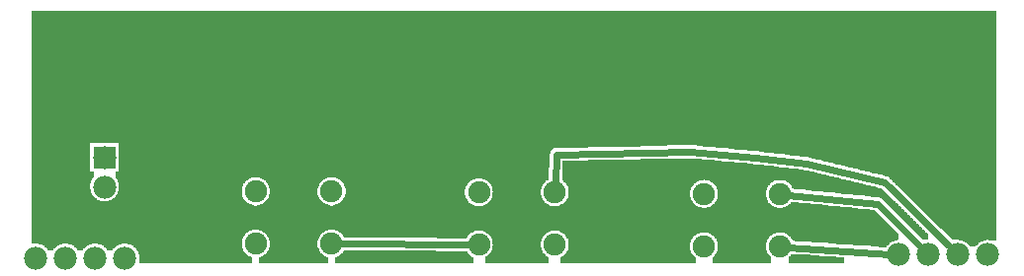
<source format=gtl>
G04 MADE WITH FRITZING*
G04 WWW.FRITZING.ORG*
G04 DOUBLE SIDED*
G04 HOLES PLATED*
G04 CONTOUR ON CENTER OF CONTOUR VECTOR*
%ASAXBY*%
%FSLAX23Y23*%
%MOIN*%
%OFA0B0*%
%SFA1.0B1.0*%
%ADD10C,0.075000*%
%ADD11C,0.078000*%
%ADD12R,0.078000X0.078000*%
%ADD13C,0.024000*%
%LNCOPPER1*%
G90*
G70*
G54D10*
X123Y816D03*
G54D11*
X354Y59D03*
X254Y59D03*
X154Y59D03*
X54Y59D03*
X3264Y70D03*
X3164Y70D03*
X3064Y70D03*
X2964Y70D03*
X285Y399D03*
X285Y299D03*
X285Y399D03*
X285Y299D03*
G54D10*
X2563Y98D03*
X2307Y98D03*
X2563Y275D03*
X2307Y275D03*
X1804Y104D03*
X1548Y104D03*
X1804Y281D03*
X1548Y281D03*
X1051Y107D03*
X795Y107D03*
X1051Y284D03*
X795Y284D03*
G54D12*
X285Y399D03*
X285Y399D03*
G54D13*
X2934Y72D02*
X2591Y96D01*
D02*
X1080Y107D02*
X1519Y104D01*
D02*
X3042Y91D02*
X2892Y242D01*
D02*
X2892Y242D02*
X2591Y272D01*
D02*
X3142Y91D02*
X2916Y314D01*
D02*
X2916Y314D02*
X2652Y378D01*
D02*
X2653Y378D02*
X2480Y398D01*
D02*
X2480Y398D02*
X2261Y419D01*
D02*
X2261Y419D02*
X1809Y408D01*
D02*
X1809Y408D02*
X1805Y310D01*
G36*
X40Y896D02*
X40Y448D01*
X334Y448D01*
X334Y440D01*
X2282Y440D01*
X2282Y438D01*
X2302Y438D01*
X2302Y436D01*
X2324Y436D01*
X2324Y434D01*
X2346Y434D01*
X2346Y432D01*
X2368Y432D01*
X2368Y430D01*
X2388Y430D01*
X2388Y428D01*
X2410Y428D01*
X2410Y426D01*
X2432Y426D01*
X2432Y424D01*
X2454Y424D01*
X2454Y422D01*
X2474Y422D01*
X2474Y420D01*
X2494Y420D01*
X2494Y418D01*
X2510Y418D01*
X2510Y416D01*
X2528Y416D01*
X2528Y414D01*
X2544Y414D01*
X2544Y412D01*
X2562Y412D01*
X2562Y410D01*
X2578Y410D01*
X2578Y408D01*
X2596Y408D01*
X2596Y406D01*
X2612Y406D01*
X2612Y404D01*
X2630Y404D01*
X2630Y402D01*
X2646Y402D01*
X2646Y400D01*
X2660Y400D01*
X2660Y398D01*
X2668Y398D01*
X2668Y396D01*
X2676Y396D01*
X2676Y394D01*
X2684Y394D01*
X2684Y392D01*
X2692Y392D01*
X2692Y390D01*
X2702Y390D01*
X2702Y388D01*
X2710Y388D01*
X2710Y386D01*
X2718Y386D01*
X2718Y384D01*
X2726Y384D01*
X2726Y382D01*
X2734Y382D01*
X2734Y380D01*
X2742Y380D01*
X2742Y378D01*
X2750Y378D01*
X2750Y376D01*
X2760Y376D01*
X2760Y374D01*
X2768Y374D01*
X2768Y372D01*
X2776Y372D01*
X2776Y370D01*
X2784Y370D01*
X2784Y368D01*
X2792Y368D01*
X2792Y366D01*
X2800Y366D01*
X2800Y364D01*
X2808Y364D01*
X2808Y362D01*
X2816Y362D01*
X2816Y360D01*
X2826Y360D01*
X2826Y358D01*
X2834Y358D01*
X2834Y356D01*
X2842Y356D01*
X2842Y354D01*
X2850Y354D01*
X2850Y352D01*
X2858Y352D01*
X2858Y350D01*
X2866Y350D01*
X2866Y348D01*
X2874Y348D01*
X2874Y346D01*
X2884Y346D01*
X2884Y344D01*
X2892Y344D01*
X2892Y342D01*
X2900Y342D01*
X2900Y340D01*
X2908Y340D01*
X2908Y338D01*
X2916Y338D01*
X2916Y336D01*
X2924Y336D01*
X2924Y334D01*
X2928Y334D01*
X2928Y332D01*
X2930Y332D01*
X2930Y330D01*
X2932Y330D01*
X2932Y328D01*
X2934Y328D01*
X2934Y326D01*
X2936Y326D01*
X2936Y324D01*
X2938Y324D01*
X2938Y322D01*
X2940Y322D01*
X2940Y320D01*
X2942Y320D01*
X2942Y318D01*
X2944Y318D01*
X2944Y316D01*
X2946Y316D01*
X2946Y314D01*
X2948Y314D01*
X2948Y312D01*
X2950Y312D01*
X2950Y310D01*
X2952Y310D01*
X2952Y308D01*
X2954Y308D01*
X2954Y306D01*
X2956Y306D01*
X2956Y304D01*
X2958Y304D01*
X2958Y302D01*
X2960Y302D01*
X2960Y300D01*
X2962Y300D01*
X2962Y298D01*
X2966Y298D01*
X2966Y296D01*
X2968Y296D01*
X2968Y294D01*
X2970Y294D01*
X2970Y292D01*
X2972Y292D01*
X2972Y290D01*
X2974Y290D01*
X2974Y288D01*
X2976Y288D01*
X2976Y286D01*
X2978Y286D01*
X2978Y284D01*
X2980Y284D01*
X2980Y282D01*
X2982Y282D01*
X2982Y280D01*
X2984Y280D01*
X2984Y278D01*
X2986Y278D01*
X2986Y276D01*
X2988Y276D01*
X2988Y274D01*
X2990Y274D01*
X2990Y272D01*
X2992Y272D01*
X2992Y270D01*
X2994Y270D01*
X2994Y268D01*
X2996Y268D01*
X2996Y266D01*
X2998Y266D01*
X2998Y264D01*
X3000Y264D01*
X3000Y262D01*
X3002Y262D01*
X3002Y260D01*
X3004Y260D01*
X3004Y258D01*
X3006Y258D01*
X3006Y256D01*
X3008Y256D01*
X3008Y254D01*
X3010Y254D01*
X3010Y252D01*
X3012Y252D01*
X3012Y250D01*
X3014Y250D01*
X3014Y248D01*
X3016Y248D01*
X3016Y246D01*
X3018Y246D01*
X3018Y244D01*
X3020Y244D01*
X3020Y242D01*
X3022Y242D01*
X3022Y240D01*
X3024Y240D01*
X3024Y238D01*
X3026Y238D01*
X3026Y236D01*
X3028Y236D01*
X3028Y234D01*
X3030Y234D01*
X3030Y232D01*
X3032Y232D01*
X3032Y230D01*
X3034Y230D01*
X3034Y228D01*
X3036Y228D01*
X3036Y226D01*
X3038Y226D01*
X3038Y224D01*
X3040Y224D01*
X3040Y222D01*
X3042Y222D01*
X3042Y220D01*
X3044Y220D01*
X3044Y218D01*
X3046Y218D01*
X3046Y216D01*
X3048Y216D01*
X3048Y214D01*
X3050Y214D01*
X3050Y212D01*
X3052Y212D01*
X3052Y210D01*
X3054Y210D01*
X3054Y208D01*
X3056Y208D01*
X3056Y206D01*
X3058Y206D01*
X3058Y204D01*
X3060Y204D01*
X3060Y202D01*
X3062Y202D01*
X3062Y200D01*
X3064Y200D01*
X3064Y198D01*
X3066Y198D01*
X3066Y196D01*
X3068Y196D01*
X3068Y194D01*
X3070Y194D01*
X3070Y192D01*
X3072Y192D01*
X3072Y190D01*
X3074Y190D01*
X3074Y188D01*
X3076Y188D01*
X3076Y186D01*
X3078Y186D01*
X3078Y184D01*
X3080Y184D01*
X3080Y182D01*
X3082Y182D01*
X3082Y180D01*
X3084Y180D01*
X3084Y178D01*
X3086Y178D01*
X3086Y176D01*
X3088Y176D01*
X3088Y174D01*
X3090Y174D01*
X3090Y172D01*
X3092Y172D01*
X3092Y170D01*
X3094Y170D01*
X3094Y168D01*
X3096Y168D01*
X3096Y166D01*
X3098Y166D01*
X3098Y164D01*
X3100Y164D01*
X3100Y162D01*
X3102Y162D01*
X3102Y160D01*
X3104Y160D01*
X3104Y158D01*
X3108Y158D01*
X3108Y156D01*
X3110Y156D01*
X3110Y154D01*
X3112Y154D01*
X3112Y152D01*
X3114Y152D01*
X3114Y150D01*
X3116Y150D01*
X3116Y148D01*
X3118Y148D01*
X3118Y146D01*
X3120Y146D01*
X3120Y144D01*
X3122Y144D01*
X3122Y142D01*
X3124Y142D01*
X3124Y140D01*
X3126Y140D01*
X3126Y138D01*
X3128Y138D01*
X3128Y136D01*
X3130Y136D01*
X3130Y134D01*
X3132Y134D01*
X3132Y132D01*
X3134Y132D01*
X3134Y130D01*
X3136Y130D01*
X3136Y128D01*
X3138Y128D01*
X3138Y126D01*
X3140Y126D01*
X3140Y124D01*
X3142Y124D01*
X3142Y122D01*
X3144Y122D01*
X3144Y120D01*
X3266Y120D01*
X3266Y118D01*
X3292Y118D01*
X3292Y896D01*
X40Y896D01*
G37*
D02*
G36*
X40Y448D02*
X40Y250D01*
X276Y250D01*
X276Y252D01*
X270Y252D01*
X270Y254D01*
X264Y254D01*
X264Y256D01*
X260Y256D01*
X260Y258D01*
X258Y258D01*
X258Y260D01*
X254Y260D01*
X254Y262D01*
X252Y262D01*
X252Y264D01*
X250Y264D01*
X250Y266D01*
X248Y266D01*
X248Y268D01*
X246Y268D01*
X246Y272D01*
X244Y272D01*
X244Y274D01*
X242Y274D01*
X242Y278D01*
X240Y278D01*
X240Y282D01*
X238Y282D01*
X238Y290D01*
X236Y290D01*
X236Y310D01*
X238Y310D01*
X238Y316D01*
X240Y316D01*
X240Y320D01*
X242Y320D01*
X242Y324D01*
X244Y324D01*
X244Y328D01*
X246Y328D01*
X246Y330D01*
X248Y330D01*
X248Y350D01*
X236Y350D01*
X236Y448D01*
X40Y448D01*
G37*
D02*
G36*
X334Y440D02*
X334Y350D01*
X322Y350D01*
X322Y332D01*
X1058Y332D01*
X1058Y330D01*
X1066Y330D01*
X1066Y328D01*
X1560Y328D01*
X1560Y326D01*
X1566Y326D01*
X1566Y324D01*
X1570Y324D01*
X1570Y322D01*
X1574Y322D01*
X1574Y320D01*
X1576Y320D01*
X1576Y318D01*
X1578Y318D01*
X1578Y316D01*
X1582Y316D01*
X1582Y312D01*
X1584Y312D01*
X1584Y310D01*
X1586Y310D01*
X1586Y308D01*
X1588Y308D01*
X1588Y304D01*
X1590Y304D01*
X1590Y300D01*
X1592Y300D01*
X1592Y294D01*
X1594Y294D01*
X1594Y284D01*
X1596Y284D01*
X1596Y280D01*
X1594Y280D01*
X1594Y268D01*
X1592Y268D01*
X1592Y262D01*
X1590Y262D01*
X1590Y258D01*
X1588Y258D01*
X1588Y256D01*
X1586Y256D01*
X1586Y252D01*
X1584Y252D01*
X1584Y250D01*
X1582Y250D01*
X1582Y248D01*
X1580Y248D01*
X1580Y246D01*
X1578Y246D01*
X1578Y244D01*
X1576Y244D01*
X1576Y242D01*
X1572Y242D01*
X1572Y240D01*
X1568Y240D01*
X1568Y238D01*
X1564Y238D01*
X1564Y236D01*
X1558Y236D01*
X1558Y234D01*
X1794Y234D01*
X1794Y236D01*
X1786Y236D01*
X1786Y238D01*
X1782Y238D01*
X1782Y240D01*
X1778Y240D01*
X1778Y242D01*
X1776Y242D01*
X1776Y244D01*
X1774Y244D01*
X1774Y246D01*
X1770Y246D01*
X1770Y248D01*
X1768Y248D01*
X1768Y252D01*
X1766Y252D01*
X1766Y254D01*
X1764Y254D01*
X1764Y258D01*
X1762Y258D01*
X1762Y260D01*
X1760Y260D01*
X1760Y266D01*
X1758Y266D01*
X1758Y272D01*
X1756Y272D01*
X1756Y290D01*
X1758Y290D01*
X1758Y298D01*
X1760Y298D01*
X1760Y302D01*
X1762Y302D01*
X1762Y306D01*
X1764Y306D01*
X1764Y308D01*
X1766Y308D01*
X1766Y312D01*
X1768Y312D01*
X1768Y314D01*
X1770Y314D01*
X1770Y316D01*
X1772Y316D01*
X1772Y318D01*
X1774Y318D01*
X1774Y320D01*
X1778Y320D01*
X1778Y322D01*
X1782Y322D01*
X1782Y324D01*
X1784Y324D01*
X1784Y366D01*
X1786Y366D01*
X1786Y410D01*
X1788Y410D01*
X1788Y418D01*
X1790Y418D01*
X1790Y422D01*
X1792Y422D01*
X1792Y424D01*
X1794Y424D01*
X1794Y426D01*
X1796Y426D01*
X1796Y428D01*
X1800Y428D01*
X1800Y430D01*
X1826Y430D01*
X1826Y432D01*
X1916Y432D01*
X1916Y434D01*
X2004Y434D01*
X2004Y436D01*
X2094Y436D01*
X2094Y438D01*
X2182Y438D01*
X2182Y440D01*
X334Y440D01*
G37*
D02*
G36*
X2182Y396D02*
X2182Y394D01*
X2094Y394D01*
X2094Y392D01*
X2004Y392D01*
X2004Y390D01*
X1916Y390D01*
X1916Y388D01*
X1830Y388D01*
X1830Y364D01*
X1828Y364D01*
X1828Y324D01*
X2564Y324D01*
X2564Y322D01*
X2576Y322D01*
X2576Y320D01*
X2582Y320D01*
X2582Y318D01*
X2586Y318D01*
X2586Y316D01*
X2588Y316D01*
X2588Y314D01*
X2592Y314D01*
X2592Y312D01*
X2594Y312D01*
X2594Y310D01*
X2596Y310D01*
X2596Y308D01*
X2598Y308D01*
X2598Y306D01*
X2600Y306D01*
X2600Y304D01*
X2602Y304D01*
X2602Y300D01*
X2604Y300D01*
X2604Y296D01*
X2606Y296D01*
X2606Y294D01*
X2608Y294D01*
X2608Y292D01*
X2628Y292D01*
X2628Y290D01*
X2648Y290D01*
X2648Y288D01*
X2668Y288D01*
X2668Y286D01*
X2688Y286D01*
X2688Y284D01*
X2708Y284D01*
X2708Y282D01*
X2728Y282D01*
X2728Y280D01*
X2748Y280D01*
X2748Y278D01*
X2768Y278D01*
X2768Y276D01*
X2788Y276D01*
X2788Y274D01*
X2808Y274D01*
X2808Y272D01*
X2828Y272D01*
X2828Y270D01*
X2848Y270D01*
X2848Y268D01*
X2868Y268D01*
X2868Y266D01*
X2888Y266D01*
X2888Y264D01*
X2900Y264D01*
X2900Y262D01*
X2904Y262D01*
X2904Y260D01*
X2906Y260D01*
X2906Y258D01*
X2908Y258D01*
X2908Y256D01*
X2910Y256D01*
X2910Y254D01*
X2912Y254D01*
X2912Y252D01*
X2914Y252D01*
X2914Y250D01*
X2916Y250D01*
X2916Y248D01*
X2918Y248D01*
X2918Y246D01*
X2920Y246D01*
X2920Y244D01*
X2922Y244D01*
X2922Y242D01*
X2924Y242D01*
X2924Y240D01*
X2926Y240D01*
X2926Y238D01*
X2928Y238D01*
X2928Y236D01*
X2930Y236D01*
X2930Y234D01*
X2932Y234D01*
X2932Y232D01*
X2934Y232D01*
X2934Y230D01*
X2936Y230D01*
X2936Y228D01*
X2938Y228D01*
X2938Y226D01*
X2940Y226D01*
X2940Y224D01*
X2942Y224D01*
X2942Y222D01*
X2944Y222D01*
X2944Y220D01*
X2946Y220D01*
X2946Y218D01*
X2948Y218D01*
X2948Y216D01*
X2950Y216D01*
X2950Y214D01*
X2952Y214D01*
X2952Y212D01*
X2954Y212D01*
X2954Y210D01*
X2956Y210D01*
X2956Y208D01*
X2958Y208D01*
X2958Y206D01*
X2960Y206D01*
X2960Y204D01*
X2962Y204D01*
X2962Y202D01*
X2964Y202D01*
X2964Y200D01*
X2966Y200D01*
X2966Y198D01*
X2968Y198D01*
X2968Y196D01*
X2970Y196D01*
X2970Y194D01*
X2972Y194D01*
X2972Y192D01*
X2974Y192D01*
X2974Y190D01*
X2976Y190D01*
X2976Y188D01*
X2978Y188D01*
X2978Y186D01*
X2980Y186D01*
X2980Y184D01*
X2982Y184D01*
X2982Y182D01*
X2984Y182D01*
X2984Y180D01*
X2986Y180D01*
X2986Y178D01*
X2988Y178D01*
X2988Y176D01*
X2990Y176D01*
X2990Y174D01*
X2992Y174D01*
X2992Y172D01*
X2994Y172D01*
X2994Y170D01*
X2996Y170D01*
X2996Y168D01*
X2998Y168D01*
X2998Y166D01*
X3000Y166D01*
X3000Y164D01*
X3002Y164D01*
X3002Y162D01*
X3004Y162D01*
X3004Y160D01*
X3006Y160D01*
X3006Y158D01*
X3008Y158D01*
X3008Y156D01*
X3010Y156D01*
X3010Y154D01*
X3012Y154D01*
X3012Y152D01*
X3014Y152D01*
X3014Y150D01*
X3016Y150D01*
X3016Y148D01*
X3018Y148D01*
X3018Y146D01*
X3020Y146D01*
X3020Y144D01*
X3022Y144D01*
X3022Y142D01*
X3024Y142D01*
X3024Y140D01*
X3026Y140D01*
X3026Y138D01*
X3028Y138D01*
X3028Y136D01*
X3030Y136D01*
X3030Y134D01*
X3032Y134D01*
X3032Y132D01*
X3034Y132D01*
X3034Y130D01*
X3036Y130D01*
X3036Y128D01*
X3038Y128D01*
X3038Y126D01*
X3040Y126D01*
X3040Y124D01*
X3042Y124D01*
X3042Y122D01*
X3062Y122D01*
X3062Y140D01*
X3060Y140D01*
X3060Y142D01*
X3058Y142D01*
X3058Y144D01*
X3056Y144D01*
X3056Y146D01*
X3054Y146D01*
X3054Y148D01*
X3052Y148D01*
X3052Y150D01*
X3050Y150D01*
X3050Y152D01*
X3048Y152D01*
X3048Y154D01*
X3046Y154D01*
X3046Y156D01*
X3044Y156D01*
X3044Y158D01*
X3042Y158D01*
X3042Y160D01*
X3040Y160D01*
X3040Y162D01*
X3038Y162D01*
X3038Y164D01*
X3036Y164D01*
X3036Y166D01*
X3034Y166D01*
X3034Y168D01*
X3032Y168D01*
X3032Y170D01*
X3030Y170D01*
X3030Y172D01*
X3028Y172D01*
X3028Y174D01*
X3026Y174D01*
X3026Y176D01*
X3024Y176D01*
X3024Y178D01*
X3022Y178D01*
X3022Y180D01*
X3020Y180D01*
X3020Y182D01*
X3018Y182D01*
X3018Y184D01*
X3016Y184D01*
X3016Y186D01*
X3014Y186D01*
X3014Y188D01*
X3012Y188D01*
X3012Y190D01*
X3010Y190D01*
X3010Y192D01*
X3008Y192D01*
X3008Y194D01*
X3006Y194D01*
X3006Y196D01*
X3004Y196D01*
X3004Y198D01*
X3002Y198D01*
X3002Y200D01*
X3000Y200D01*
X3000Y202D01*
X2998Y202D01*
X2998Y204D01*
X2996Y204D01*
X2996Y206D01*
X2994Y206D01*
X2994Y208D01*
X2992Y208D01*
X2992Y210D01*
X2990Y210D01*
X2990Y212D01*
X2988Y212D01*
X2988Y214D01*
X2986Y214D01*
X2986Y216D01*
X2984Y216D01*
X2984Y218D01*
X2982Y218D01*
X2982Y220D01*
X2980Y220D01*
X2980Y222D01*
X2978Y222D01*
X2978Y224D01*
X2976Y224D01*
X2976Y226D01*
X2974Y226D01*
X2974Y228D01*
X2972Y228D01*
X2972Y230D01*
X2970Y230D01*
X2970Y232D01*
X2968Y232D01*
X2968Y234D01*
X2966Y234D01*
X2966Y236D01*
X2964Y236D01*
X2964Y238D01*
X2962Y238D01*
X2962Y240D01*
X2960Y240D01*
X2960Y242D01*
X2958Y242D01*
X2958Y244D01*
X2956Y244D01*
X2956Y246D01*
X2954Y246D01*
X2954Y248D01*
X2952Y248D01*
X2952Y250D01*
X2948Y250D01*
X2948Y252D01*
X2946Y252D01*
X2946Y254D01*
X2944Y254D01*
X2944Y256D01*
X2942Y256D01*
X2942Y258D01*
X2940Y258D01*
X2940Y260D01*
X2938Y260D01*
X2938Y262D01*
X2936Y262D01*
X2936Y264D01*
X2934Y264D01*
X2934Y266D01*
X2932Y266D01*
X2932Y268D01*
X2930Y268D01*
X2930Y270D01*
X2928Y270D01*
X2928Y272D01*
X2926Y272D01*
X2926Y274D01*
X2924Y274D01*
X2924Y276D01*
X2922Y276D01*
X2922Y278D01*
X2920Y278D01*
X2920Y280D01*
X2918Y280D01*
X2918Y282D01*
X2916Y282D01*
X2916Y284D01*
X2914Y284D01*
X2914Y286D01*
X2912Y286D01*
X2912Y288D01*
X2910Y288D01*
X2910Y290D01*
X2908Y290D01*
X2908Y292D01*
X2906Y292D01*
X2906Y294D01*
X2902Y294D01*
X2902Y296D01*
X2894Y296D01*
X2894Y298D01*
X2886Y298D01*
X2886Y300D01*
X2878Y300D01*
X2878Y302D01*
X2870Y302D01*
X2870Y304D01*
X2862Y304D01*
X2862Y306D01*
X2854Y306D01*
X2854Y308D01*
X2844Y308D01*
X2844Y310D01*
X2836Y310D01*
X2836Y312D01*
X2828Y312D01*
X2828Y314D01*
X2820Y314D01*
X2820Y316D01*
X2812Y316D01*
X2812Y318D01*
X2804Y318D01*
X2804Y320D01*
X2796Y320D01*
X2796Y322D01*
X2786Y322D01*
X2786Y324D01*
X2778Y324D01*
X2778Y326D01*
X2770Y326D01*
X2770Y328D01*
X2762Y328D01*
X2762Y330D01*
X2754Y330D01*
X2754Y332D01*
X2746Y332D01*
X2746Y334D01*
X2738Y334D01*
X2738Y336D01*
X2728Y336D01*
X2728Y338D01*
X2720Y338D01*
X2720Y340D01*
X2712Y340D01*
X2712Y342D01*
X2704Y342D01*
X2704Y344D01*
X2696Y344D01*
X2696Y346D01*
X2688Y346D01*
X2688Y348D01*
X2680Y348D01*
X2680Y350D01*
X2670Y350D01*
X2670Y352D01*
X2662Y352D01*
X2662Y354D01*
X2654Y354D01*
X2654Y356D01*
X2644Y356D01*
X2644Y358D01*
X2626Y358D01*
X2626Y360D01*
X2610Y360D01*
X2610Y362D01*
X2592Y362D01*
X2592Y364D01*
X2576Y364D01*
X2576Y366D01*
X2558Y366D01*
X2558Y368D01*
X2542Y368D01*
X2542Y370D01*
X2524Y370D01*
X2524Y372D01*
X2508Y372D01*
X2508Y374D01*
X2490Y374D01*
X2490Y376D01*
X2472Y376D01*
X2472Y378D01*
X2452Y378D01*
X2452Y380D01*
X2430Y380D01*
X2430Y382D01*
X2408Y382D01*
X2408Y384D01*
X2386Y384D01*
X2386Y386D01*
X2366Y386D01*
X2366Y388D01*
X2344Y388D01*
X2344Y390D01*
X2322Y390D01*
X2322Y392D01*
X2300Y392D01*
X2300Y394D01*
X2280Y394D01*
X2280Y396D01*
X2182Y396D01*
G37*
D02*
G36*
X322Y332D02*
X322Y330D01*
X324Y330D01*
X324Y328D01*
X326Y328D01*
X326Y324D01*
X328Y324D01*
X328Y320D01*
X330Y320D01*
X330Y314D01*
X332Y314D01*
X332Y308D01*
X334Y308D01*
X334Y290D01*
X332Y290D01*
X332Y284D01*
X330Y284D01*
X330Y278D01*
X328Y278D01*
X328Y274D01*
X326Y274D01*
X326Y272D01*
X324Y272D01*
X324Y268D01*
X322Y268D01*
X322Y266D01*
X320Y266D01*
X320Y264D01*
X318Y264D01*
X318Y262D01*
X316Y262D01*
X316Y260D01*
X312Y260D01*
X312Y258D01*
X310Y258D01*
X310Y256D01*
X306Y256D01*
X306Y254D01*
X300Y254D01*
X300Y252D01*
X292Y252D01*
X292Y250D01*
X762Y250D01*
X762Y252D01*
X760Y252D01*
X760Y254D01*
X758Y254D01*
X758Y256D01*
X756Y256D01*
X756Y258D01*
X754Y258D01*
X754Y262D01*
X752Y262D01*
X752Y266D01*
X750Y266D01*
X750Y274D01*
X748Y274D01*
X748Y296D01*
X750Y296D01*
X750Y302D01*
X752Y302D01*
X752Y306D01*
X754Y306D01*
X754Y310D01*
X756Y310D01*
X756Y312D01*
X758Y312D01*
X758Y314D01*
X760Y314D01*
X760Y318D01*
X762Y318D01*
X762Y320D01*
X766Y320D01*
X766Y322D01*
X768Y322D01*
X768Y324D01*
X772Y324D01*
X772Y326D01*
X774Y326D01*
X774Y328D01*
X780Y328D01*
X780Y330D01*
X788Y330D01*
X788Y332D01*
X322Y332D01*
G37*
D02*
G36*
X802Y332D02*
X802Y330D01*
X810Y330D01*
X810Y328D01*
X816Y328D01*
X816Y326D01*
X818Y326D01*
X818Y324D01*
X822Y324D01*
X822Y322D01*
X824Y322D01*
X824Y320D01*
X828Y320D01*
X828Y318D01*
X830Y318D01*
X830Y314D01*
X832Y314D01*
X832Y312D01*
X834Y312D01*
X834Y310D01*
X836Y310D01*
X836Y306D01*
X838Y306D01*
X838Y302D01*
X840Y302D01*
X840Y296D01*
X842Y296D01*
X842Y274D01*
X840Y274D01*
X840Y266D01*
X838Y266D01*
X838Y262D01*
X836Y262D01*
X836Y258D01*
X834Y258D01*
X834Y256D01*
X832Y256D01*
X832Y254D01*
X830Y254D01*
X830Y252D01*
X828Y252D01*
X828Y250D01*
X826Y250D01*
X826Y248D01*
X824Y248D01*
X824Y246D01*
X822Y246D01*
X822Y244D01*
X818Y244D01*
X818Y242D01*
X814Y242D01*
X814Y240D01*
X808Y240D01*
X808Y238D01*
X800Y238D01*
X800Y236D01*
X1046Y236D01*
X1046Y238D01*
X1038Y238D01*
X1038Y240D01*
X1032Y240D01*
X1032Y242D01*
X1028Y242D01*
X1028Y244D01*
X1024Y244D01*
X1024Y246D01*
X1022Y246D01*
X1022Y248D01*
X1020Y248D01*
X1020Y250D01*
X1018Y250D01*
X1018Y252D01*
X1016Y252D01*
X1016Y254D01*
X1014Y254D01*
X1014Y256D01*
X1012Y256D01*
X1012Y258D01*
X1010Y258D01*
X1010Y262D01*
X1008Y262D01*
X1008Y266D01*
X1006Y266D01*
X1006Y272D01*
X1004Y272D01*
X1004Y296D01*
X1006Y296D01*
X1006Y302D01*
X1008Y302D01*
X1008Y306D01*
X1010Y306D01*
X1010Y310D01*
X1012Y310D01*
X1012Y312D01*
X1014Y312D01*
X1014Y314D01*
X1016Y314D01*
X1016Y318D01*
X1018Y318D01*
X1018Y320D01*
X1022Y320D01*
X1022Y322D01*
X1024Y322D01*
X1024Y324D01*
X1028Y324D01*
X1028Y326D01*
X1030Y326D01*
X1030Y328D01*
X1036Y328D01*
X1036Y330D01*
X1044Y330D01*
X1044Y332D01*
X802Y332D01*
G37*
D02*
G36*
X1072Y328D02*
X1072Y326D01*
X1074Y326D01*
X1074Y324D01*
X1078Y324D01*
X1078Y322D01*
X1080Y322D01*
X1080Y320D01*
X1082Y320D01*
X1082Y318D01*
X1086Y318D01*
X1086Y314D01*
X1088Y314D01*
X1088Y312D01*
X1090Y312D01*
X1090Y310D01*
X1092Y310D01*
X1092Y306D01*
X1094Y306D01*
X1094Y302D01*
X1096Y302D01*
X1096Y294D01*
X1098Y294D01*
X1098Y274D01*
X1096Y274D01*
X1096Y266D01*
X1094Y266D01*
X1094Y262D01*
X1092Y262D01*
X1092Y260D01*
X1090Y260D01*
X1090Y256D01*
X1088Y256D01*
X1088Y254D01*
X1086Y254D01*
X1086Y252D01*
X1084Y252D01*
X1084Y250D01*
X1082Y250D01*
X1082Y248D01*
X1080Y248D01*
X1080Y246D01*
X1078Y246D01*
X1078Y244D01*
X1074Y244D01*
X1074Y242D01*
X1070Y242D01*
X1070Y240D01*
X1064Y240D01*
X1064Y238D01*
X1056Y238D01*
X1056Y236D01*
X1532Y236D01*
X1532Y238D01*
X1526Y238D01*
X1526Y240D01*
X1522Y240D01*
X1522Y242D01*
X1520Y242D01*
X1520Y244D01*
X1518Y244D01*
X1518Y246D01*
X1514Y246D01*
X1514Y250D01*
X1512Y250D01*
X1512Y252D01*
X1510Y252D01*
X1510Y254D01*
X1508Y254D01*
X1508Y258D01*
X1506Y258D01*
X1506Y260D01*
X1504Y260D01*
X1504Y266D01*
X1502Y266D01*
X1502Y272D01*
X1500Y272D01*
X1500Y290D01*
X1502Y290D01*
X1502Y296D01*
X1504Y296D01*
X1504Y302D01*
X1506Y302D01*
X1506Y306D01*
X1508Y306D01*
X1508Y308D01*
X1510Y308D01*
X1510Y312D01*
X1512Y312D01*
X1512Y314D01*
X1514Y314D01*
X1514Y316D01*
X1516Y316D01*
X1516Y318D01*
X1520Y318D01*
X1520Y320D01*
X1522Y320D01*
X1522Y322D01*
X1526Y322D01*
X1526Y324D01*
X1530Y324D01*
X1530Y326D01*
X1536Y326D01*
X1536Y328D01*
X1072Y328D01*
G37*
D02*
G36*
X1828Y324D02*
X1828Y322D01*
X1830Y322D01*
X1830Y320D01*
X1832Y320D01*
X1832Y318D01*
X1834Y318D01*
X1834Y316D01*
X1836Y316D01*
X1836Y314D01*
X1838Y314D01*
X1838Y312D01*
X1840Y312D01*
X1840Y310D01*
X1842Y310D01*
X1842Y308D01*
X1844Y308D01*
X1844Y304D01*
X1846Y304D01*
X1846Y300D01*
X1848Y300D01*
X1848Y294D01*
X1850Y294D01*
X1850Y282D01*
X1852Y282D01*
X1852Y280D01*
X1850Y280D01*
X1850Y268D01*
X1848Y268D01*
X1848Y262D01*
X1846Y262D01*
X1846Y258D01*
X1844Y258D01*
X1844Y256D01*
X1842Y256D01*
X1842Y252D01*
X1840Y252D01*
X1840Y250D01*
X1838Y250D01*
X1838Y248D01*
X1836Y248D01*
X1836Y246D01*
X1834Y246D01*
X1834Y244D01*
X1832Y244D01*
X1832Y242D01*
X1828Y242D01*
X1828Y240D01*
X1824Y240D01*
X1824Y238D01*
X1820Y238D01*
X1820Y236D01*
X1814Y236D01*
X1814Y234D01*
X2282Y234D01*
X2282Y236D01*
X2280Y236D01*
X2280Y238D01*
X2276Y238D01*
X2276Y240D01*
X2274Y240D01*
X2274Y242D01*
X2272Y242D01*
X2272Y244D01*
X2270Y244D01*
X2270Y248D01*
X2268Y248D01*
X2268Y250D01*
X2266Y250D01*
X2266Y254D01*
X2264Y254D01*
X2264Y258D01*
X2262Y258D01*
X2262Y264D01*
X2260Y264D01*
X2260Y288D01*
X2262Y288D01*
X2262Y294D01*
X2264Y294D01*
X2264Y298D01*
X2266Y298D01*
X2266Y302D01*
X2268Y302D01*
X2268Y304D01*
X2270Y304D01*
X2270Y306D01*
X2272Y306D01*
X2272Y308D01*
X2274Y308D01*
X2274Y310D01*
X2276Y310D01*
X2276Y312D01*
X2278Y312D01*
X2278Y314D01*
X2280Y314D01*
X2280Y316D01*
X2284Y316D01*
X2284Y318D01*
X2288Y318D01*
X2288Y320D01*
X2294Y320D01*
X2294Y322D01*
X2306Y322D01*
X2306Y324D01*
X1828Y324D01*
G37*
D02*
G36*
X2308Y324D02*
X2308Y322D01*
X2320Y322D01*
X2320Y320D01*
X2326Y320D01*
X2326Y318D01*
X2330Y318D01*
X2330Y316D01*
X2332Y316D01*
X2332Y314D01*
X2336Y314D01*
X2336Y312D01*
X2338Y312D01*
X2338Y310D01*
X2340Y310D01*
X2340Y308D01*
X2342Y308D01*
X2342Y306D01*
X2344Y306D01*
X2344Y304D01*
X2346Y304D01*
X2346Y300D01*
X2348Y300D01*
X2348Y296D01*
X2350Y296D01*
X2350Y292D01*
X2352Y292D01*
X2352Y286D01*
X2354Y286D01*
X2354Y266D01*
X2352Y266D01*
X2352Y258D01*
X2350Y258D01*
X2350Y254D01*
X2348Y254D01*
X2348Y250D01*
X2346Y250D01*
X2346Y248D01*
X2344Y248D01*
X2344Y246D01*
X2342Y246D01*
X2342Y242D01*
X2340Y242D01*
X2340Y240D01*
X2336Y240D01*
X2336Y238D01*
X2334Y238D01*
X2334Y236D01*
X2332Y236D01*
X2332Y234D01*
X2328Y234D01*
X2328Y232D01*
X2322Y232D01*
X2322Y230D01*
X2316Y230D01*
X2316Y228D01*
X2554Y228D01*
X2554Y230D01*
X2546Y230D01*
X2546Y232D01*
X2542Y232D01*
X2542Y234D01*
X2538Y234D01*
X2538Y236D01*
X2536Y236D01*
X2536Y238D01*
X2532Y238D01*
X2532Y240D01*
X2530Y240D01*
X2530Y242D01*
X2528Y242D01*
X2528Y244D01*
X2526Y244D01*
X2526Y246D01*
X2524Y246D01*
X2524Y250D01*
X2522Y250D01*
X2522Y254D01*
X2520Y254D01*
X2520Y256D01*
X2518Y256D01*
X2518Y264D01*
X2516Y264D01*
X2516Y288D01*
X2518Y288D01*
X2518Y294D01*
X2520Y294D01*
X2520Y298D01*
X2522Y298D01*
X2522Y302D01*
X2524Y302D01*
X2524Y304D01*
X2526Y304D01*
X2526Y306D01*
X2528Y306D01*
X2528Y308D01*
X2530Y308D01*
X2530Y310D01*
X2532Y310D01*
X2532Y312D01*
X2534Y312D01*
X2534Y314D01*
X2536Y314D01*
X2536Y316D01*
X2540Y316D01*
X2540Y318D01*
X2544Y318D01*
X2544Y320D01*
X2550Y320D01*
X2550Y322D01*
X2562Y322D01*
X2562Y324D01*
X2308Y324D01*
G37*
D02*
G36*
X40Y250D02*
X40Y248D01*
X764Y248D01*
X764Y250D01*
X40Y250D01*
G37*
D02*
G36*
X40Y250D02*
X40Y248D01*
X764Y248D01*
X764Y250D01*
X40Y250D01*
G37*
D02*
G36*
X40Y248D02*
X40Y236D01*
X790Y236D01*
X790Y238D01*
X782Y238D01*
X782Y240D01*
X776Y240D01*
X776Y242D01*
X772Y242D01*
X772Y244D01*
X768Y244D01*
X768Y246D01*
X766Y246D01*
X766Y248D01*
X40Y248D01*
G37*
D02*
G36*
X2600Y248D02*
X2600Y246D01*
X2598Y246D01*
X2598Y242D01*
X2596Y242D01*
X2596Y240D01*
X2592Y240D01*
X2592Y238D01*
X2590Y238D01*
X2590Y236D01*
X2586Y236D01*
X2586Y234D01*
X2584Y234D01*
X2584Y232D01*
X2578Y232D01*
X2578Y230D01*
X2572Y230D01*
X2572Y228D01*
X2806Y228D01*
X2806Y230D01*
X2786Y230D01*
X2786Y232D01*
X2766Y232D01*
X2766Y234D01*
X2746Y234D01*
X2746Y236D01*
X2726Y236D01*
X2726Y238D01*
X2706Y238D01*
X2706Y240D01*
X2686Y240D01*
X2686Y242D01*
X2666Y242D01*
X2666Y244D01*
X2646Y244D01*
X2646Y246D01*
X2626Y246D01*
X2626Y248D01*
X2600Y248D01*
G37*
D02*
G36*
X40Y236D02*
X40Y234D01*
X1538Y234D01*
X1538Y236D01*
X40Y236D01*
G37*
D02*
G36*
X40Y236D02*
X40Y234D01*
X1538Y234D01*
X1538Y236D01*
X40Y236D01*
G37*
D02*
G36*
X40Y236D02*
X40Y234D01*
X1538Y234D01*
X1538Y236D01*
X40Y236D01*
G37*
D02*
G36*
X40Y234D02*
X40Y232D01*
X2286Y232D01*
X2286Y234D01*
X40Y234D01*
G37*
D02*
G36*
X40Y234D02*
X40Y232D01*
X2286Y232D01*
X2286Y234D01*
X40Y234D01*
G37*
D02*
G36*
X40Y234D02*
X40Y232D01*
X2286Y232D01*
X2286Y234D01*
X40Y234D01*
G37*
D02*
G36*
X40Y232D02*
X40Y228D01*
X2298Y228D01*
X2298Y230D01*
X2290Y230D01*
X2290Y232D01*
X40Y232D01*
G37*
D02*
G36*
X40Y228D02*
X40Y226D01*
X2826Y226D01*
X2826Y228D01*
X40Y228D01*
G37*
D02*
G36*
X40Y228D02*
X40Y226D01*
X2826Y226D01*
X2826Y228D01*
X40Y228D01*
G37*
D02*
G36*
X40Y228D02*
X40Y226D01*
X2826Y226D01*
X2826Y228D01*
X40Y228D01*
G37*
D02*
G36*
X40Y226D02*
X40Y154D01*
X1062Y154D01*
X1062Y152D01*
X1810Y152D01*
X1810Y150D01*
X1818Y150D01*
X1818Y148D01*
X1824Y148D01*
X1824Y146D01*
X2572Y146D01*
X2572Y144D01*
X2578Y144D01*
X2578Y142D01*
X2584Y142D01*
X2584Y140D01*
X2586Y140D01*
X2586Y138D01*
X2590Y138D01*
X2590Y136D01*
X2592Y136D01*
X2592Y134D01*
X2594Y134D01*
X2594Y132D01*
X2598Y132D01*
X2598Y128D01*
X2600Y128D01*
X2600Y126D01*
X2602Y126D01*
X2602Y122D01*
X2604Y122D01*
X2604Y120D01*
X2606Y120D01*
X2606Y118D01*
X2612Y118D01*
X2612Y116D01*
X2640Y116D01*
X2640Y114D01*
X2668Y114D01*
X2668Y112D01*
X2696Y112D01*
X2696Y110D01*
X2726Y110D01*
X2726Y108D01*
X2754Y108D01*
X2754Y106D01*
X2782Y106D01*
X2782Y104D01*
X2810Y104D01*
X2810Y102D01*
X2840Y102D01*
X2840Y100D01*
X2868Y100D01*
X2868Y98D01*
X2896Y98D01*
X2896Y96D01*
X2922Y96D01*
X2922Y98D01*
X2924Y98D01*
X2924Y100D01*
X2926Y100D01*
X2926Y102D01*
X2928Y102D01*
X2928Y104D01*
X2930Y104D01*
X2930Y106D01*
X2932Y106D01*
X2932Y108D01*
X2934Y108D01*
X2934Y110D01*
X2936Y110D01*
X2936Y112D01*
X2940Y112D01*
X2940Y114D01*
X2944Y114D01*
X2944Y116D01*
X2950Y116D01*
X2950Y118D01*
X2960Y118D01*
X2960Y120D01*
X2964Y120D01*
X2964Y140D01*
X2962Y140D01*
X2962Y142D01*
X2960Y142D01*
X2960Y144D01*
X2958Y144D01*
X2958Y146D01*
X2956Y146D01*
X2956Y148D01*
X2954Y148D01*
X2954Y150D01*
X2952Y150D01*
X2952Y152D01*
X2950Y152D01*
X2950Y154D01*
X2948Y154D01*
X2948Y156D01*
X2946Y156D01*
X2946Y158D01*
X2944Y158D01*
X2944Y160D01*
X2942Y160D01*
X2942Y162D01*
X2940Y162D01*
X2940Y164D01*
X2938Y164D01*
X2938Y166D01*
X2936Y166D01*
X2936Y168D01*
X2934Y168D01*
X2934Y170D01*
X2932Y170D01*
X2932Y172D01*
X2930Y172D01*
X2930Y174D01*
X2928Y174D01*
X2928Y176D01*
X2926Y176D01*
X2926Y178D01*
X2924Y178D01*
X2924Y180D01*
X2922Y180D01*
X2922Y182D01*
X2920Y182D01*
X2920Y184D01*
X2918Y184D01*
X2918Y186D01*
X2916Y186D01*
X2916Y188D01*
X2914Y188D01*
X2914Y190D01*
X2912Y190D01*
X2912Y192D01*
X2910Y192D01*
X2910Y194D01*
X2908Y194D01*
X2908Y196D01*
X2906Y196D01*
X2906Y198D01*
X2904Y198D01*
X2904Y200D01*
X2902Y200D01*
X2902Y202D01*
X2900Y202D01*
X2900Y204D01*
X2898Y204D01*
X2898Y206D01*
X2896Y206D01*
X2896Y208D01*
X2894Y208D01*
X2894Y210D01*
X2892Y210D01*
X2892Y212D01*
X2890Y212D01*
X2890Y214D01*
X2888Y214D01*
X2888Y216D01*
X2886Y216D01*
X2886Y218D01*
X2884Y218D01*
X2884Y220D01*
X2882Y220D01*
X2882Y222D01*
X2866Y222D01*
X2866Y224D01*
X2846Y224D01*
X2846Y226D01*
X40Y226D01*
G37*
D02*
G36*
X40Y154D02*
X40Y108D01*
X364Y108D01*
X364Y106D01*
X372Y106D01*
X372Y104D01*
X376Y104D01*
X376Y102D01*
X380Y102D01*
X380Y100D01*
X382Y100D01*
X382Y98D01*
X384Y98D01*
X384Y96D01*
X388Y96D01*
X388Y94D01*
X390Y94D01*
X390Y90D01*
X392Y90D01*
X392Y88D01*
X394Y88D01*
X394Y86D01*
X396Y86D01*
X396Y82D01*
X398Y82D01*
X398Y78D01*
X400Y78D01*
X400Y72D01*
X402Y72D01*
X402Y42D01*
X784Y42D01*
X784Y62D01*
X778Y62D01*
X778Y64D01*
X774Y64D01*
X774Y66D01*
X770Y66D01*
X770Y68D01*
X766Y68D01*
X766Y70D01*
X764Y70D01*
X764Y72D01*
X762Y72D01*
X762Y74D01*
X760Y74D01*
X760Y76D01*
X758Y76D01*
X758Y78D01*
X756Y78D01*
X756Y82D01*
X754Y82D01*
X754Y86D01*
X752Y86D01*
X752Y90D01*
X750Y90D01*
X750Y96D01*
X748Y96D01*
X748Y118D01*
X750Y118D01*
X750Y124D01*
X752Y124D01*
X752Y128D01*
X754Y128D01*
X754Y132D01*
X756Y132D01*
X756Y136D01*
X758Y136D01*
X758Y138D01*
X760Y138D01*
X760Y140D01*
X762Y140D01*
X762Y142D01*
X764Y142D01*
X764Y144D01*
X766Y144D01*
X766Y146D01*
X770Y146D01*
X770Y148D01*
X774Y148D01*
X774Y150D01*
X778Y150D01*
X778Y152D01*
X784Y152D01*
X784Y154D01*
X40Y154D01*
G37*
D02*
G36*
X806Y154D02*
X806Y152D01*
X812Y152D01*
X812Y150D01*
X816Y150D01*
X816Y148D01*
X820Y148D01*
X820Y146D01*
X824Y146D01*
X824Y144D01*
X826Y144D01*
X826Y142D01*
X828Y142D01*
X828Y140D01*
X830Y140D01*
X830Y138D01*
X832Y138D01*
X832Y136D01*
X834Y136D01*
X834Y132D01*
X836Y132D01*
X836Y128D01*
X838Y128D01*
X838Y124D01*
X840Y124D01*
X840Y118D01*
X842Y118D01*
X842Y96D01*
X840Y96D01*
X840Y90D01*
X838Y90D01*
X838Y86D01*
X836Y86D01*
X836Y82D01*
X834Y82D01*
X834Y78D01*
X832Y78D01*
X832Y76D01*
X830Y76D01*
X830Y74D01*
X828Y74D01*
X828Y72D01*
X826Y72D01*
X826Y70D01*
X824Y70D01*
X824Y68D01*
X820Y68D01*
X820Y66D01*
X816Y66D01*
X816Y64D01*
X812Y64D01*
X812Y62D01*
X806Y62D01*
X806Y42D01*
X1040Y42D01*
X1040Y62D01*
X1034Y62D01*
X1034Y64D01*
X1030Y64D01*
X1030Y66D01*
X1026Y66D01*
X1026Y68D01*
X1022Y68D01*
X1022Y70D01*
X1020Y70D01*
X1020Y72D01*
X1018Y72D01*
X1018Y74D01*
X1016Y74D01*
X1016Y76D01*
X1014Y76D01*
X1014Y78D01*
X1012Y78D01*
X1012Y82D01*
X1010Y82D01*
X1010Y86D01*
X1008Y86D01*
X1008Y90D01*
X1006Y90D01*
X1006Y96D01*
X1004Y96D01*
X1004Y118D01*
X1006Y118D01*
X1006Y124D01*
X1008Y124D01*
X1008Y128D01*
X1010Y128D01*
X1010Y132D01*
X1012Y132D01*
X1012Y136D01*
X1014Y136D01*
X1014Y138D01*
X1016Y138D01*
X1016Y140D01*
X1018Y140D01*
X1018Y142D01*
X1020Y142D01*
X1020Y144D01*
X1022Y144D01*
X1022Y146D01*
X1026Y146D01*
X1026Y148D01*
X1030Y148D01*
X1030Y150D01*
X1034Y150D01*
X1034Y152D01*
X1040Y152D01*
X1040Y154D01*
X806Y154D01*
G37*
D02*
G36*
X1068Y152D02*
X1068Y150D01*
X1072Y150D01*
X1072Y148D01*
X1076Y148D01*
X1076Y146D01*
X1080Y146D01*
X1080Y144D01*
X1082Y144D01*
X1082Y142D01*
X1084Y142D01*
X1084Y140D01*
X1086Y140D01*
X1086Y138D01*
X1088Y138D01*
X1088Y136D01*
X1090Y136D01*
X1090Y132D01*
X1092Y132D01*
X1092Y128D01*
X1406Y128D01*
X1406Y126D01*
X1506Y126D01*
X1506Y128D01*
X1508Y128D01*
X1508Y132D01*
X1510Y132D01*
X1510Y134D01*
X1512Y134D01*
X1512Y136D01*
X1514Y136D01*
X1514Y138D01*
X1516Y138D01*
X1516Y140D01*
X1518Y140D01*
X1518Y142D01*
X1520Y142D01*
X1520Y144D01*
X1524Y144D01*
X1524Y146D01*
X1528Y146D01*
X1528Y148D01*
X1532Y148D01*
X1532Y150D01*
X1540Y150D01*
X1540Y152D01*
X1068Y152D01*
G37*
D02*
G36*
X1554Y152D02*
X1554Y150D01*
X1562Y150D01*
X1562Y148D01*
X1568Y148D01*
X1568Y146D01*
X1572Y146D01*
X1572Y144D01*
X1574Y144D01*
X1574Y142D01*
X1578Y142D01*
X1578Y140D01*
X1580Y140D01*
X1580Y138D01*
X1582Y138D01*
X1582Y136D01*
X1584Y136D01*
X1584Y134D01*
X1586Y134D01*
X1586Y130D01*
X1588Y130D01*
X1588Y126D01*
X1590Y126D01*
X1590Y124D01*
X1592Y124D01*
X1592Y118D01*
X1594Y118D01*
X1594Y106D01*
X1596Y106D01*
X1596Y102D01*
X1594Y102D01*
X1594Y92D01*
X1592Y92D01*
X1592Y86D01*
X1590Y86D01*
X1590Y82D01*
X1588Y82D01*
X1588Y78D01*
X1586Y78D01*
X1586Y76D01*
X1584Y76D01*
X1584Y72D01*
X1582Y72D01*
X1582Y70D01*
X1580Y70D01*
X1580Y68D01*
X1576Y68D01*
X1576Y66D01*
X1574Y66D01*
X1574Y64D01*
X1570Y64D01*
X1570Y62D01*
X1568Y62D01*
X1568Y42D01*
X1784Y42D01*
X1784Y62D01*
X1780Y62D01*
X1780Y64D01*
X1776Y64D01*
X1776Y66D01*
X1774Y66D01*
X1774Y68D01*
X1772Y68D01*
X1772Y70D01*
X1770Y70D01*
X1770Y72D01*
X1768Y72D01*
X1768Y74D01*
X1766Y74D01*
X1766Y76D01*
X1764Y76D01*
X1764Y80D01*
X1762Y80D01*
X1762Y84D01*
X1760Y84D01*
X1760Y88D01*
X1758Y88D01*
X1758Y96D01*
X1756Y96D01*
X1756Y114D01*
X1758Y114D01*
X1758Y120D01*
X1760Y120D01*
X1760Y124D01*
X1762Y124D01*
X1762Y128D01*
X1764Y128D01*
X1764Y132D01*
X1766Y132D01*
X1766Y134D01*
X1768Y134D01*
X1768Y136D01*
X1770Y136D01*
X1770Y138D01*
X1772Y138D01*
X1772Y140D01*
X1774Y140D01*
X1774Y142D01*
X1776Y142D01*
X1776Y144D01*
X1780Y144D01*
X1780Y146D01*
X1784Y146D01*
X1784Y148D01*
X1788Y148D01*
X1788Y150D01*
X1796Y150D01*
X1796Y152D01*
X1554Y152D01*
G37*
D02*
G36*
X1828Y146D02*
X1828Y144D01*
X1830Y144D01*
X1830Y142D01*
X1834Y142D01*
X1834Y140D01*
X1836Y140D01*
X1836Y138D01*
X1838Y138D01*
X1838Y136D01*
X1840Y136D01*
X1840Y132D01*
X1842Y132D01*
X1842Y130D01*
X1844Y130D01*
X1844Y126D01*
X1846Y126D01*
X1846Y124D01*
X1848Y124D01*
X1848Y116D01*
X1850Y116D01*
X1850Y92D01*
X1848Y92D01*
X1848Y86D01*
X1846Y86D01*
X1846Y82D01*
X1844Y82D01*
X1844Y78D01*
X1842Y78D01*
X1842Y76D01*
X1840Y76D01*
X1840Y72D01*
X1838Y72D01*
X1838Y70D01*
X1836Y70D01*
X1836Y68D01*
X1832Y68D01*
X1832Y66D01*
X1830Y66D01*
X1830Y64D01*
X1826Y64D01*
X1826Y62D01*
X1824Y62D01*
X1824Y42D01*
X2278Y42D01*
X2278Y62D01*
X2276Y62D01*
X2276Y64D01*
X2274Y64D01*
X2274Y66D01*
X2272Y66D01*
X2272Y68D01*
X2270Y68D01*
X2270Y70D01*
X2268Y70D01*
X2268Y72D01*
X2266Y72D01*
X2266Y76D01*
X2264Y76D01*
X2264Y80D01*
X2262Y80D01*
X2262Y86D01*
X2260Y86D01*
X2260Y110D01*
X2262Y110D01*
X2262Y116D01*
X2264Y116D01*
X2264Y120D01*
X2266Y120D01*
X2266Y124D01*
X2268Y124D01*
X2268Y126D01*
X2270Y126D01*
X2270Y130D01*
X2272Y130D01*
X2272Y132D01*
X2274Y132D01*
X2274Y134D01*
X2276Y134D01*
X2276Y136D01*
X2280Y136D01*
X2280Y138D01*
X2282Y138D01*
X2282Y140D01*
X2286Y140D01*
X2286Y142D01*
X2292Y142D01*
X2292Y144D01*
X2298Y144D01*
X2298Y146D01*
X1828Y146D01*
G37*
D02*
G36*
X2316Y146D02*
X2316Y144D01*
X2322Y144D01*
X2322Y142D01*
X2328Y142D01*
X2328Y140D01*
X2330Y140D01*
X2330Y138D01*
X2334Y138D01*
X2334Y136D01*
X2336Y136D01*
X2336Y134D01*
X2340Y134D01*
X2340Y132D01*
X2342Y132D01*
X2342Y128D01*
X2344Y128D01*
X2344Y126D01*
X2346Y126D01*
X2346Y124D01*
X2348Y124D01*
X2348Y120D01*
X2350Y120D01*
X2350Y116D01*
X2352Y116D01*
X2352Y108D01*
X2354Y108D01*
X2354Y88D01*
X2352Y88D01*
X2352Y82D01*
X2350Y82D01*
X2350Y78D01*
X2348Y78D01*
X2348Y74D01*
X2346Y74D01*
X2346Y70D01*
X2344Y70D01*
X2344Y68D01*
X2342Y68D01*
X2342Y66D01*
X2340Y66D01*
X2340Y64D01*
X2338Y64D01*
X2338Y62D01*
X2336Y62D01*
X2336Y42D01*
X2534Y42D01*
X2534Y62D01*
X2532Y62D01*
X2532Y64D01*
X2528Y64D01*
X2528Y68D01*
X2526Y68D01*
X2526Y70D01*
X2524Y70D01*
X2524Y72D01*
X2522Y72D01*
X2522Y76D01*
X2520Y76D01*
X2520Y80D01*
X2518Y80D01*
X2518Y86D01*
X2516Y86D01*
X2516Y110D01*
X2518Y110D01*
X2518Y118D01*
X2520Y118D01*
X2520Y120D01*
X2522Y120D01*
X2522Y124D01*
X2524Y124D01*
X2524Y126D01*
X2526Y126D01*
X2526Y130D01*
X2528Y130D01*
X2528Y132D01*
X2530Y132D01*
X2530Y134D01*
X2532Y134D01*
X2532Y136D01*
X2536Y136D01*
X2536Y138D01*
X2538Y138D01*
X2538Y140D01*
X2542Y140D01*
X2542Y142D01*
X2548Y142D01*
X2548Y144D01*
X2554Y144D01*
X2554Y146D01*
X2316Y146D01*
G37*
D02*
G36*
X3166Y120D02*
X3166Y118D01*
X3178Y118D01*
X3178Y116D01*
X3184Y116D01*
X3184Y114D01*
X3186Y114D01*
X3186Y112D01*
X3190Y112D01*
X3190Y110D01*
X3194Y110D01*
X3194Y108D01*
X3196Y108D01*
X3196Y106D01*
X3198Y106D01*
X3198Y104D01*
X3200Y104D01*
X3200Y102D01*
X3202Y102D01*
X3202Y100D01*
X3204Y100D01*
X3204Y98D01*
X3224Y98D01*
X3224Y100D01*
X3226Y100D01*
X3226Y102D01*
X3228Y102D01*
X3228Y104D01*
X3230Y104D01*
X3230Y106D01*
X3232Y106D01*
X3232Y108D01*
X3234Y108D01*
X3234Y110D01*
X3236Y110D01*
X3236Y112D01*
X3240Y112D01*
X3240Y114D01*
X3244Y114D01*
X3244Y116D01*
X3250Y116D01*
X3250Y118D01*
X3260Y118D01*
X3260Y120D01*
X3166Y120D01*
G37*
D02*
G36*
X64Y108D02*
X64Y106D01*
X72Y106D01*
X72Y104D01*
X76Y104D01*
X76Y102D01*
X80Y102D01*
X80Y100D01*
X82Y100D01*
X82Y98D01*
X84Y98D01*
X84Y96D01*
X88Y96D01*
X88Y94D01*
X90Y94D01*
X90Y90D01*
X92Y90D01*
X92Y88D01*
X94Y88D01*
X94Y86D01*
X114Y86D01*
X114Y90D01*
X116Y90D01*
X116Y92D01*
X118Y92D01*
X118Y94D01*
X120Y94D01*
X120Y96D01*
X122Y96D01*
X122Y98D01*
X126Y98D01*
X126Y100D01*
X128Y100D01*
X128Y102D01*
X132Y102D01*
X132Y104D01*
X136Y104D01*
X136Y106D01*
X142Y106D01*
X142Y108D01*
X64Y108D01*
G37*
D02*
G36*
X164Y108D02*
X164Y106D01*
X172Y106D01*
X172Y104D01*
X176Y104D01*
X176Y102D01*
X180Y102D01*
X180Y100D01*
X182Y100D01*
X182Y98D01*
X184Y98D01*
X184Y96D01*
X188Y96D01*
X188Y94D01*
X190Y94D01*
X190Y90D01*
X192Y90D01*
X192Y88D01*
X194Y88D01*
X194Y86D01*
X214Y86D01*
X214Y90D01*
X216Y90D01*
X216Y92D01*
X218Y92D01*
X218Y94D01*
X220Y94D01*
X220Y96D01*
X222Y96D01*
X222Y98D01*
X226Y98D01*
X226Y100D01*
X228Y100D01*
X228Y102D01*
X232Y102D01*
X232Y104D01*
X236Y104D01*
X236Y106D01*
X242Y106D01*
X242Y108D01*
X164Y108D01*
G37*
D02*
G36*
X264Y108D02*
X264Y106D01*
X272Y106D01*
X272Y104D01*
X276Y104D01*
X276Y102D01*
X280Y102D01*
X280Y100D01*
X282Y100D01*
X282Y98D01*
X284Y98D01*
X284Y96D01*
X288Y96D01*
X288Y94D01*
X290Y94D01*
X290Y90D01*
X292Y90D01*
X292Y88D01*
X294Y88D01*
X294Y86D01*
X314Y86D01*
X314Y90D01*
X316Y90D01*
X316Y92D01*
X318Y92D01*
X318Y94D01*
X320Y94D01*
X320Y96D01*
X322Y96D01*
X322Y98D01*
X326Y98D01*
X326Y100D01*
X328Y100D01*
X328Y102D01*
X332Y102D01*
X332Y104D01*
X336Y104D01*
X336Y106D01*
X342Y106D01*
X342Y108D01*
X264Y108D01*
G37*
D02*
G36*
X1092Y84D02*
X1092Y82D01*
X1090Y82D01*
X1090Y78D01*
X1088Y78D01*
X1088Y76D01*
X1086Y76D01*
X1086Y74D01*
X1084Y74D01*
X1084Y72D01*
X1082Y72D01*
X1082Y70D01*
X1080Y70D01*
X1080Y68D01*
X1076Y68D01*
X1076Y66D01*
X1072Y66D01*
X1072Y64D01*
X1068Y64D01*
X1068Y62D01*
X1062Y62D01*
X1062Y42D01*
X1528Y42D01*
X1528Y62D01*
X1524Y62D01*
X1524Y64D01*
X1520Y64D01*
X1520Y66D01*
X1518Y66D01*
X1518Y68D01*
X1516Y68D01*
X1516Y70D01*
X1514Y70D01*
X1514Y72D01*
X1512Y72D01*
X1512Y74D01*
X1510Y74D01*
X1510Y76D01*
X1508Y76D01*
X1508Y80D01*
X1506Y80D01*
X1506Y82D01*
X1404Y82D01*
X1404Y84D01*
X1092Y84D01*
G37*
D02*
G36*
X2602Y72D02*
X2602Y70D01*
X2600Y70D01*
X2600Y68D01*
X2598Y68D01*
X2598Y66D01*
X2596Y66D01*
X2596Y64D01*
X2594Y64D01*
X2594Y62D01*
X2592Y62D01*
X2592Y42D01*
X2780Y42D01*
X2780Y62D01*
X2752Y62D01*
X2752Y64D01*
X2724Y64D01*
X2724Y66D01*
X2696Y66D01*
X2696Y68D01*
X2666Y68D01*
X2666Y70D01*
X2638Y70D01*
X2638Y72D01*
X2602Y72D01*
G37*
D02*
G04 End of Copper1*
M02*
</source>
